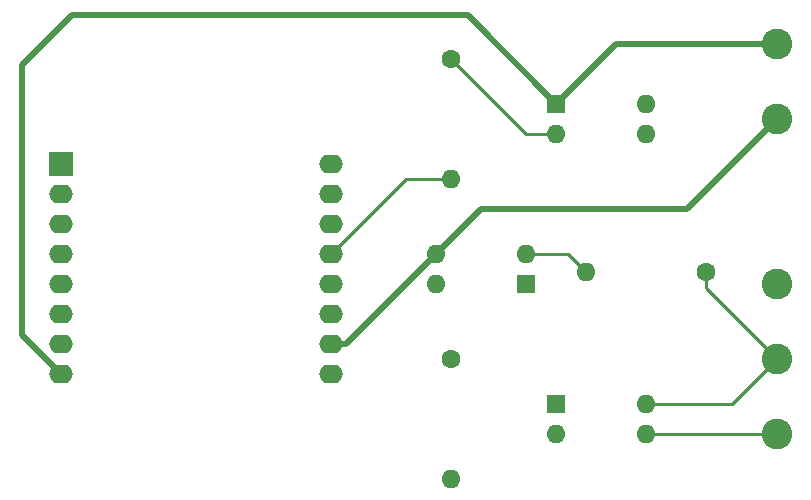
<source format=gbr>
%TF.GenerationSoftware,KiCad,Pcbnew,5.1.10*%
%TF.CreationDate,2021-09-05T12:58:41+02:00*%
%TF.ProjectId,PCB,5043422e-6b69-4636-9164-5f7063625858,1.0*%
%TF.SameCoordinates,Original*%
%TF.FileFunction,Copper,L1,Top*%
%TF.FilePolarity,Positive*%
%FSLAX46Y46*%
G04 Gerber Fmt 4.6, Leading zero omitted, Abs format (unit mm)*
G04 Created by KiCad (PCBNEW 5.1.10) date 2021-09-05 12:58:41*
%MOMM*%
%LPD*%
G01*
G04 APERTURE LIST*
%TA.AperFunction,ComponentPad*%
%ADD10C,2.600000*%
%TD*%
%TA.AperFunction,ComponentPad*%
%ADD11O,2.000000X1.600000*%
%TD*%
%TA.AperFunction,ComponentPad*%
%ADD12R,2.000000X2.000000*%
%TD*%
%TA.AperFunction,ComponentPad*%
%ADD13O,1.600000X1.600000*%
%TD*%
%TA.AperFunction,ComponentPad*%
%ADD14R,1.600000X1.600000*%
%TD*%
%TA.AperFunction,ComponentPad*%
%ADD15C,1.600000*%
%TD*%
%TA.AperFunction,Conductor*%
%ADD16C,0.250000*%
%TD*%
%TA.AperFunction,Conductor*%
%ADD17C,0.500000*%
%TD*%
G04 APERTURE END LIST*
D10*
%TO.P,GND_In,1*%
%TO.N,Net-(GND_In1-Pad1)*%
X111379000Y-91440000D03*
%TD*%
%TO.P,5V_Heater,1*%
%TO.N,Net-(5V_Heater1-Pad1)*%
X111379000Y-105410000D03*
%TD*%
%TO.P,GND_Heater,1*%
%TO.N,Net-(GND_Heater1-Pad1)*%
X111379000Y-118110000D03*
%TD*%
%TO.P,Serial,1*%
%TO.N,Net-(R3-Pad1)*%
X111379000Y-111760000D03*
%TD*%
%TO.P,3.3V_In,1*%
%TO.N,Net-(3.3V_In1-Pad1)*%
X111379000Y-85090000D03*
%TD*%
D11*
%TO.P,U4,16*%
%TO.N,Net-(U4-Pad16)*%
X73660000Y-95250000D03*
%TO.P,U4,15*%
%TO.N,Net-(U4-Pad15)*%
X73660000Y-97790000D03*
%TO.P,U4,14*%
%TO.N,Net-(U4-Pad14)*%
X73660000Y-100330000D03*
%TO.P,U4,13*%
%TO.N,Net-(R2-Pad2)*%
X73660000Y-102870000D03*
%TO.P,U4,12*%
%TO.N,Net-(U1-Pad4)*%
X73660000Y-105410000D03*
%TO.P,U4,11*%
%TO.N,Net-(R1-Pad2)*%
X73660000Y-107950000D03*
%TO.P,U4,10*%
%TO.N,Net-(GND_In1-Pad1)*%
X73660000Y-110490000D03*
%TO.P,U4,9*%
%TO.N,Net-(U4-Pad9)*%
X73660000Y-113030000D03*
%TO.P,U4,8*%
%TO.N,Net-(3.3V_In1-Pad1)*%
X50800000Y-113030000D03*
%TO.P,U4,7*%
%TO.N,Net-(U4-Pad7)*%
X50800000Y-110490000D03*
%TO.P,U4,6*%
%TO.N,Net-(U4-Pad6)*%
X50800000Y-107950000D03*
%TO.P,U4,5*%
%TO.N,Net-(U4-Pad5)*%
X50800000Y-105410000D03*
%TO.P,U4,4*%
%TO.N,Net-(U4-Pad4)*%
X50800000Y-102870000D03*
%TO.P,U4,3*%
%TO.N,Net-(U4-Pad3)*%
X50800000Y-100330000D03*
D12*
%TO.P,U4,1*%
%TO.N,Net-(U4-Pad1)*%
X50800000Y-95250000D03*
D11*
%TO.P,U4,2*%
%TO.N,Net-(U4-Pad2)*%
X50800000Y-97790000D03*
%TD*%
D13*
%TO.P,U3,4*%
%TO.N,Net-(5V_Heater1-Pad1)*%
X100330000Y-90170000D03*
%TO.P,U3,2*%
%TO.N,Net-(R2-Pad1)*%
X92710000Y-92710000D03*
%TO.P,U3,3*%
%TO.N,Net-(U1-Pad1)*%
X100330000Y-92710000D03*
D14*
%TO.P,U3,1*%
%TO.N,Net-(3.3V_In1-Pad1)*%
X92710000Y-90170000D03*
%TD*%
D13*
%TO.P,U2,4*%
%TO.N,Net-(R3-Pad1)*%
X100330000Y-115570000D03*
%TO.P,U2,2*%
%TO.N,Net-(R1-Pad1)*%
X92710000Y-118110000D03*
%TO.P,U2,3*%
%TO.N,Net-(GND_Heater1-Pad1)*%
X100330000Y-118110000D03*
D14*
%TO.P,U2,1*%
%TO.N,Net-(3.3V_In1-Pad1)*%
X92710000Y-115570000D03*
%TD*%
D13*
%TO.P,U1,4*%
%TO.N,Net-(U1-Pad4)*%
X82550000Y-105410000D03*
%TO.P,U1,2*%
%TO.N,Net-(R3-Pad2)*%
X90170000Y-102870000D03*
%TO.P,U1,3*%
%TO.N,Net-(GND_In1-Pad1)*%
X82550000Y-102870000D03*
D14*
%TO.P,U1,1*%
%TO.N,Net-(U1-Pad1)*%
X90170000Y-105410000D03*
%TD*%
D13*
%TO.P,R3,2*%
%TO.N,Net-(R3-Pad2)*%
X95250000Y-104394000D03*
D15*
%TO.P,R3,1*%
%TO.N,Net-(R3-Pad1)*%
X105410000Y-104394000D03*
%TD*%
D13*
%TO.P,R2,2*%
%TO.N,Net-(R2-Pad2)*%
X83820000Y-96520000D03*
D15*
%TO.P,R2,1*%
%TO.N,Net-(R2-Pad1)*%
X83820000Y-86360000D03*
%TD*%
D13*
%TO.P,R1,2*%
%TO.N,Net-(R1-Pad2)*%
X83820000Y-121920000D03*
D15*
%TO.P,R1,1*%
%TO.N,Net-(R1-Pad1)*%
X83820000Y-111760000D03*
%TD*%
D16*
%TO.N,Net-(R2-Pad2)*%
X80010000Y-96520000D02*
X73660000Y-102870000D01*
X83820000Y-96520000D02*
X80010000Y-96520000D01*
%TO.N,Net-(R2-Pad1)*%
X83820000Y-86360000D02*
X90170000Y-92710000D01*
X90170000Y-92710000D02*
X92710000Y-92710000D01*
%TO.N,Net-(R3-Pad2)*%
X93726000Y-102870000D02*
X95250000Y-104394000D01*
X90170000Y-102870000D02*
X93726000Y-102870000D01*
D17*
%TO.N,Net-(3.3V_In1-Pad1)*%
X97790000Y-85090000D02*
X92710000Y-90170000D01*
X85222080Y-82671920D02*
X92710000Y-90159840D01*
X51694080Y-82671920D02*
X85222080Y-82671920D01*
X92710000Y-90159840D02*
X92710000Y-90170000D01*
X47498000Y-86868000D02*
X51694080Y-82671920D01*
X47498000Y-109728000D02*
X47498000Y-86868000D01*
X50800000Y-113030000D02*
X47498000Y-109728000D01*
X97790000Y-85090000D02*
X111379000Y-85090000D01*
%TO.N,Net-(GND_In1-Pad1)*%
X74930000Y-110490000D02*
X82550000Y-102870000D01*
X73660000Y-110490000D02*
X74930000Y-110490000D01*
X86360000Y-99060000D02*
X82550000Y-102870000D01*
X103759000Y-99060000D02*
X86360000Y-99060000D01*
X111379000Y-91440000D02*
X103759000Y-99060000D01*
D16*
%TO.N,Net-(GND_Heater1-Pad1)*%
X100330000Y-118110000D02*
X111379000Y-118110000D01*
%TO.N,Net-(R3-Pad1)*%
X105410000Y-105791000D02*
X111379000Y-111760000D01*
X105410000Y-104394000D02*
X105410000Y-105791000D01*
X107569000Y-115570000D02*
X111379000Y-111760000D01*
X100330000Y-115570000D02*
X107569000Y-115570000D01*
%TD*%
M02*

</source>
